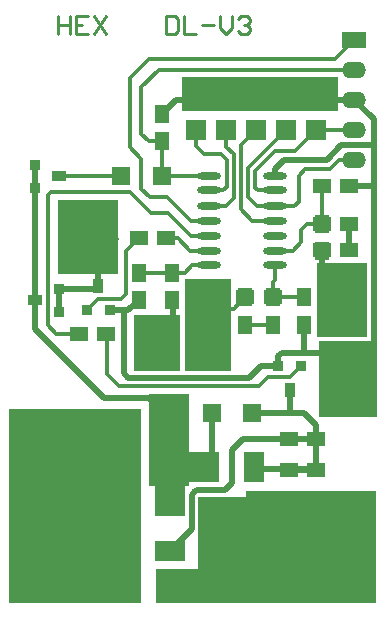
<source format=gtl>
%FSLAX42Y42*%
%MOMM*%
G71*
G01*
G75*
G04 Layer_Physical_Order=1*
G04 Layer_Color=255*
%ADD10R,1.50X1.25*%
%ADD11R,1.25X1.50*%
%ADD12R,1.50X1.50*%
%ADD13O,2.00X0.60*%
%ADD14R,1.78X2.54*%
%ADD15R,5.59X7.62*%
%ADD16R,2.54X1.78*%
%ADD17R,7.62X5.59*%
%ADD18R,0.90X0.90*%
%ADD19R,0.90X1.25*%
%ADD20R,0.90X0.90*%
%ADD21R,1.25X0.90*%
%ADD22C,0.50*%
%ADD23C,0.30*%
%ADD24C,0.35*%
%ADD25C,2.50*%
%ADD26C,0.25*%
%ADD27R,13.30X3.00*%
%ADD28R,4.30X6.30*%
%ADD29R,4.00X7.80*%
%ADD30R,4.00X4.70*%
%ADD31R,4.90X6.40*%
%ADD32R,3.50X7.80*%
%ADD33R,5.20X6.30*%
%ADD34R,11.10X9.60*%
%ADD35R,9.90X3.00*%
%ADD36R,11.20X16.40*%
%ADD37C,3.50*%
%ADD38R,1.80X1.80*%
%ADD39R,2.00X1.40*%
%ADD40O,2.00X1.40*%
D10*
X12930Y8030D02*
D03*
X12700D02*
D03*
Y8255D02*
D03*
X12930D02*
D03*
X10640Y7320D02*
D03*
X10870D02*
D03*
X11380Y8130D02*
D03*
X11150D02*
D03*
X12420Y6170D02*
D03*
X12650D02*
D03*
X12420Y6430D02*
D03*
X12650D02*
D03*
X12280Y7630D02*
D03*
X12050D02*
D03*
X12930Y8570D02*
D03*
X12700D02*
D03*
D11*
X12280Y7630D02*
D03*
Y7400D02*
D03*
X12050Y7630D02*
D03*
Y7400D02*
D03*
X11340Y9180D02*
D03*
Y8950D02*
D03*
X11150Y7610D02*
D03*
Y7840D02*
D03*
X12550Y7630D02*
D03*
Y7400D02*
D03*
X11430Y7840D02*
D03*
Y7610D02*
D03*
X12700Y8255D02*
D03*
Y8025D02*
D03*
D12*
X12110Y6650D02*
D03*
X11770D02*
D03*
X11340Y8660D02*
D03*
X11000D02*
D03*
D13*
X11740D02*
D03*
Y8535D02*
D03*
Y8405D02*
D03*
Y8280D02*
D03*
Y8150D02*
D03*
Y8025D02*
D03*
Y7900D02*
D03*
X12300D02*
D03*
Y8025D02*
D03*
Y8150D02*
D03*
Y8280D02*
D03*
Y8405D02*
D03*
Y8535D02*
D03*
Y8660D02*
D03*
D14*
X12120Y6190D02*
D03*
X11739D02*
D03*
D15*
X11929Y5555D02*
D03*
D16*
X11410Y5480D02*
D03*
Y5861D02*
D03*
D17*
X10775Y5671D02*
D03*
D18*
X12520Y7050D02*
D03*
X12330D02*
D03*
X10710Y7520D02*
D03*
X10900D02*
D03*
D19*
X12425Y6845D02*
D03*
X10805Y7725D02*
D03*
D20*
X10270Y8750D02*
D03*
Y8560D02*
D03*
X10470Y7510D02*
D03*
Y7700D02*
D03*
D21*
X10475Y8655D02*
D03*
X10265Y7605D02*
D03*
D22*
X12860Y8920D02*
X13135D01*
X12378Y8797D02*
X12738D01*
X12860Y8920D01*
X10470Y7510D02*
Y7700D01*
X12560Y7160D02*
X12770D01*
X12360D02*
X12560D01*
X12770D02*
X12780Y7170D01*
X11060Y6950D02*
X12080D01*
X12180Y7050D01*
X11020Y6990D02*
X11060Y6950D01*
X10900Y7520D02*
X11060D01*
X11150Y7610D01*
X12420Y6650D02*
X12550D01*
X12110D02*
X12420D01*
X12425Y6655D01*
X12550Y6650D02*
X12650Y6550D01*
Y6430D02*
Y6550D01*
X12030Y6430D02*
X12420D01*
X11940Y6340D02*
X12030Y6430D01*
X12450D02*
X12650D01*
X12420D02*
X12450D01*
X12460Y6440D01*
X12435Y6415D02*
X12450Y6430D01*
X13135Y7175D02*
Y8570D01*
X13130Y7170D02*
X13135Y7175D01*
X10805Y7725D02*
Y8115D01*
X10800Y7730D02*
X10805Y7725D01*
X10780Y7700D02*
X10805Y7725D01*
X10470Y7700D02*
X10780D01*
X11020Y6990D02*
Y7520D01*
X12550Y7170D02*
X12560Y7160D01*
X12550Y7170D02*
Y7400D01*
X12330Y7050D02*
Y7130D01*
X12360Y7160D01*
X12180Y7050D02*
X12330D01*
X12650Y6170D02*
Y6430D01*
X13135Y8570D02*
Y8920D01*
X12930Y8570D02*
X13135D01*
X12930Y8030D02*
Y8255D01*
X12700Y7710D02*
Y8025D01*
Y7710D02*
X12870Y7540D01*
X12300Y8660D02*
Y8720D01*
X12378Y8797D01*
X10265Y7815D02*
Y8745D01*
X10270Y8750D01*
X11770Y6221D02*
Y6650D01*
X11739Y6190D02*
X11770Y6221D01*
X12420Y6170D02*
X12650D01*
X11340Y9180D02*
X11465Y9305D01*
X12130Y6180D02*
X12620D01*
X12120Y6190D02*
X12130Y6180D01*
X11440Y7220D02*
Y7600D01*
X11430Y7610D02*
X11440Y7600D01*
X11410Y5480D02*
X11595Y5665D01*
Y5959D01*
X11627Y5991D01*
X11631D01*
X11640Y6000D01*
X11880D01*
X11940Y6060D01*
Y6340D01*
X12425Y6655D02*
Y6845D01*
X10265Y7365D02*
X10850Y6780D01*
X11230D01*
X11410Y6600D01*
Y6190D02*
Y6600D01*
X10265Y7365D02*
Y7815D01*
X12970Y9305D02*
X13135Y9140D01*
Y8920D02*
Y9140D01*
X11465Y9305D02*
X12970D01*
D23*
X12845Y8795D02*
X12970D01*
X12555Y8715D02*
X12765D01*
X12845Y8795D01*
X12500Y8660D02*
X12555Y8715D01*
X12500Y8440D02*
Y8660D01*
X12465Y8405D02*
X12500Y8440D01*
X12300Y8405D02*
X12465D01*
X11740Y8535D02*
X11860D01*
X11630Y8910D02*
X11700Y8840D01*
X11630Y8910D02*
Y9050D01*
X11700Y8840D02*
X11840D01*
X11740Y8405D02*
X11885D01*
X12110Y8280D02*
X12300D01*
X12145Y8405D02*
X12300D01*
X11860Y8535D02*
X11890Y8565D01*
Y8790D01*
X11840Y8840D02*
X11890Y8790D01*
X12070Y8480D02*
X12145Y8405D01*
X12070Y8480D02*
Y8728D01*
X12392Y9050D01*
X11885Y8405D02*
X11950Y8470D01*
X12010Y8380D02*
Y8922D01*
Y8380D02*
X12110Y8280D01*
X12010Y8922D02*
X12138Y9050D01*
X11884Y8906D02*
Y9050D01*
Y8906D02*
X11950Y8840D01*
Y8470D02*
Y8840D01*
D24*
X12240Y6955D02*
X12425D01*
X10982Y6878D02*
X12162D01*
X12240Y6955D01*
X10400Y8520D02*
X11070D01*
X10378Y7393D02*
Y8497D01*
X10400Y8520D01*
X11040Y7660D02*
Y8020D01*
X10993Y7612D02*
X11040Y7660D01*
X10803Y7612D02*
X10993D01*
X10710Y7520D02*
X10803Y7612D01*
X11040Y8020D02*
X11150Y8130D01*
X11247Y8343D02*
X11397D01*
X11070Y8520D02*
X11247Y8343D01*
X11950Y7530D02*
X12050Y7630D01*
X11720Y7530D02*
X11950D01*
X12050Y7400D02*
X12280D01*
Y7630D02*
X12550D01*
X12300Y7780D02*
Y7900D01*
X12280Y7760D02*
X12300Y7780D01*
X12280Y7630D02*
Y7760D01*
X12700Y8255D02*
Y8570D01*
X12300Y8025D02*
X12450D01*
X12575Y8255D02*
X12700D01*
X12520Y8200D02*
X12575Y8255D01*
X12520Y8095D02*
Y8200D01*
X12450Y8025D02*
X12520Y8095D01*
X12466Y8870D02*
X12646Y9050D01*
X12132Y8702D02*
X12300Y8870D01*
X12466D01*
X11240Y8480D02*
X11390D01*
X11070Y8900D02*
Y9490D01*
X11170Y8550D02*
X11240Y8480D01*
X11170Y8550D02*
Y8800D01*
X11070Y8900D02*
X11170Y8800D01*
X12132Y8557D02*
X12155Y8535D01*
X12132Y8557D02*
Y8702D01*
X12155Y8535D02*
X12300D01*
X12646Y9050D02*
X12970D01*
X11340Y8680D02*
X11360Y8660D01*
X11740D01*
X11340Y8680D02*
Y8950D01*
X11170Y9410D02*
X11315Y9555D01*
X11170Y9010D02*
Y9410D01*
Y9010D02*
X11230Y8950D01*
X11340D01*
X11315Y9555D02*
X12970D01*
X12810Y9650D02*
X12970Y9810D01*
X11230Y9650D02*
X12810D01*
X11070Y9490D02*
X11230Y9650D01*
X10475Y8660D02*
X11000D01*
X10450Y7320D02*
X10640D01*
X11380Y8130D02*
X11480D01*
X11585Y8025D01*
X11740D01*
X11590Y8280D02*
X11740D01*
X11390Y8480D02*
X11590Y8280D01*
Y8150D02*
X11740D01*
X11397Y8343D02*
X11590Y8150D01*
X10378Y7393D02*
X10450Y7320D01*
X11540Y7840D02*
X11600Y7900D01*
X11740D01*
X11150Y7840D02*
X11430D01*
X11540D01*
X10870Y7320D02*
X10875Y7315D01*
Y6985D02*
Y7315D01*
Y6985D02*
X10982Y6878D01*
X12425Y6955D02*
X12520Y7050D01*
D25*
X11410Y5920D02*
Y6190D01*
X11680D01*
X10780Y5920D02*
Y6190D01*
X12170Y5560D02*
X12440D01*
D26*
X11380Y10012D02*
Y9860D01*
X11456D01*
X11482Y9885D01*
Y9987D01*
X11456Y10012D01*
X11380D01*
X11532D02*
Y9860D01*
X11634D01*
X11685Y9936D02*
X11786D01*
X11837Y10012D02*
Y9911D01*
X11888Y9860D01*
X11939Y9911D01*
Y10012D01*
X11989Y9987D02*
X12015Y10012D01*
X12066D01*
X12091Y9987D01*
Y9962D01*
X12066Y9936D01*
X12040D01*
X12066D01*
X12091Y9911D01*
Y9885D01*
X12066Y9860D01*
X12015D01*
X11989Y9885D01*
X10460Y10012D02*
Y9860D01*
Y9936D01*
X10562D01*
Y10012D01*
Y9860D01*
X10714Y10012D02*
X10612D01*
Y9860D01*
X10714D01*
X10612Y9936D02*
X10663D01*
X10765Y10012D02*
X10866Y9860D01*
Y10012D02*
X10765Y9860D01*
D27*
X12175Y9350D02*
D03*
D28*
X12865Y7605D02*
D03*
D29*
X11730Y7400D02*
D03*
D30*
X11300Y7245D02*
D03*
D31*
X12915Y6940D02*
D03*
D32*
X11405Y6420D02*
D03*
D33*
X10720Y8145D02*
D03*
D34*
X12605Y5520D02*
D03*
D35*
X11785Y5190D02*
D03*
D36*
X10610Y5860D02*
D03*
D37*
X10780Y6190D02*
D03*
X11720Y7530D02*
D03*
X12870Y7540D02*
D03*
X12440Y5560D02*
D03*
X11290Y7240D02*
D03*
X11410Y6190D02*
D03*
X10800Y8120D02*
D03*
X12870Y6940D02*
D03*
D38*
X12646Y9304D02*
D03*
Y9050D02*
D03*
X12392Y9304D02*
D03*
Y9050D02*
D03*
X12138Y9304D02*
D03*
Y9050D02*
D03*
X11884Y9304D02*
D03*
Y9050D02*
D03*
X11630Y9304D02*
D03*
Y9050D02*
D03*
D39*
X12970Y9810D02*
D03*
D40*
Y9555D02*
D03*
Y9305D02*
D03*
Y9050D02*
D03*
Y8795D02*
D03*
M02*

</source>
